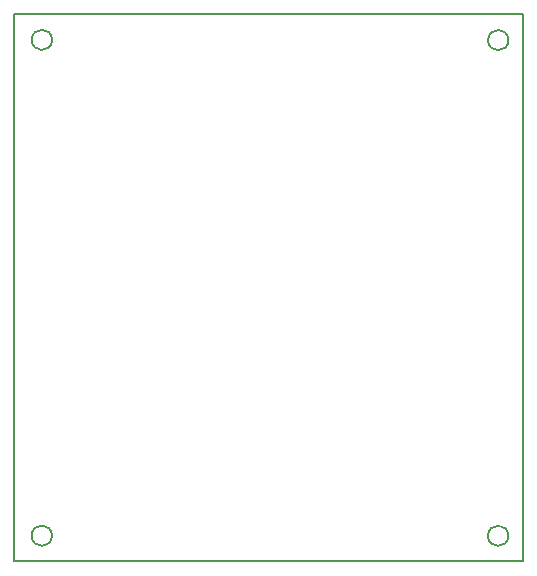
<source format=gbr>
G04 #@! TF.GenerationSoftware,KiCad,Pcbnew,5.1.9*
G04 #@! TF.CreationDate,2021-08-09T17:38:43+02:00*
G04 #@! TF.ProjectId,led_amplifier,6c65645f-616d-4706-9c69-666965722e6b,1*
G04 #@! TF.SameCoordinates,Original*
G04 #@! TF.FileFunction,Profile,NP*
%FSLAX45Y45*%
G04 Gerber Fmt 4.5, Leading zero omitted, Abs format (unit mm)*
G04 Created by KiCad (PCBNEW 5.1.9) date 2021-08-09 17:38:43*
%MOMM*%
%LPD*%
G01*
G04 APERTURE LIST*
G04 #@! TA.AperFunction,Profile*
%ADD10C,0.150000*%
G04 #@! TD*
G04 APERTURE END LIST*
D10*
X18278313Y-9899000D02*
G75*
G03*
X18278313Y-9899000I-86313J0D01*
G01*
X14415313Y-9898000D02*
G75*
G03*
X14415313Y-9898000I-86313J0D01*
G01*
X18279313Y-5702000D02*
G75*
G03*
X18279313Y-5702000I-86313J0D01*
G01*
X14416313Y-5700000D02*
G75*
G03*
X14416313Y-5700000I-86313J0D01*
G01*
X18406110Y-10115550D02*
X18403570Y-5483860D01*
X14094460Y-5483860D02*
X14090650Y-10115550D01*
X14090650Y-10115550D02*
X18406110Y-10115550D01*
X18403570Y-5483860D02*
X14094460Y-5483860D01*
M02*

</source>
